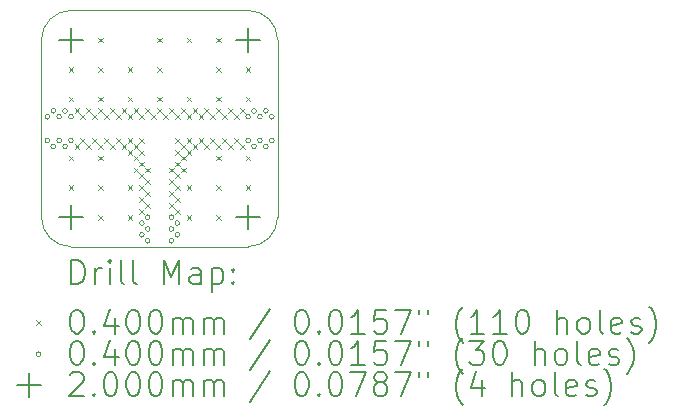
<source format=gbr>
%TF.GenerationSoftware,KiCad,Pcbnew,6.0.9+dfsg-1~bpo11+1*%
%TF.CreationDate,2022-11-11T16:08:24+01:00*%
%TF.ProjectId,015-3-port-resistive-splitter,3031352d-332d-4706-9f72-742d72657369,1*%
%TF.SameCoordinates,Original*%
%TF.FileFunction,Drillmap*%
%TF.FilePolarity,Positive*%
%FSLAX45Y45*%
G04 Gerber Fmt 4.5, Leading zero omitted, Abs format (unit mm)*
G04 Created by KiCad (PCBNEW 6.0.9+dfsg-1~bpo11+1) date 2022-11-11 16:08:24*
%MOMM*%
%LPD*%
G01*
G04 APERTURE LIST*
%ADD10C,0.100000*%
%ADD11C,0.200000*%
%ADD12C,0.040000*%
G04 APERTURE END LIST*
D10*
X13750000Y-8500000D02*
G75*
G03*
X14000000Y-8750000I250000J0D01*
G01*
X15500000Y-8750000D02*
X14000000Y-8750000D01*
X14000000Y-6750000D02*
X15500000Y-6750000D01*
X15750000Y-7000000D02*
X15750000Y-8500000D01*
X13750000Y-8500000D02*
X13750000Y-7000000D01*
X15500000Y-8750000D02*
G75*
G03*
X15750000Y-8500000I0J250000D01*
G01*
X15750000Y-7000000D02*
G75*
G03*
X15500000Y-6750000I-250000J0D01*
G01*
X14000000Y-6750000D02*
G75*
G03*
X13750000Y-7000000I0J-250000D01*
G01*
D11*
D12*
X13980000Y-7230000D02*
X14020000Y-7270000D01*
X14020000Y-7230000D02*
X13980000Y-7270000D01*
X13980000Y-7480000D02*
X14020000Y-7520000D01*
X14020000Y-7480000D02*
X13980000Y-7520000D01*
X13980000Y-7980000D02*
X14020000Y-8020000D01*
X14020000Y-7980000D02*
X13980000Y-8020000D01*
X13980000Y-8230000D02*
X14020000Y-8270000D01*
X14020000Y-8230000D02*
X13980000Y-8270000D01*
X14030000Y-7580000D02*
X14070000Y-7620000D01*
X14070000Y-7580000D02*
X14030000Y-7620000D01*
X14030000Y-7880000D02*
X14070000Y-7920000D01*
X14070000Y-7880000D02*
X14030000Y-7920000D01*
X14080000Y-7630000D02*
X14120000Y-7670000D01*
X14120000Y-7630000D02*
X14080000Y-7670000D01*
X14080000Y-7830000D02*
X14120000Y-7870000D01*
X14120000Y-7830000D02*
X14080000Y-7870000D01*
X14130000Y-7580000D02*
X14170000Y-7620000D01*
X14170000Y-7580000D02*
X14130000Y-7620000D01*
X14130000Y-7880000D02*
X14170000Y-7920000D01*
X14170000Y-7880000D02*
X14130000Y-7920000D01*
X14180000Y-7630000D02*
X14220000Y-7670000D01*
X14220000Y-7630000D02*
X14180000Y-7670000D01*
X14180000Y-7830000D02*
X14220000Y-7870000D01*
X14220000Y-7830000D02*
X14180000Y-7870000D01*
X14230000Y-6980000D02*
X14270000Y-7020000D01*
X14270000Y-6980000D02*
X14230000Y-7020000D01*
X14230000Y-7230000D02*
X14270000Y-7270000D01*
X14270000Y-7230000D02*
X14230000Y-7270000D01*
X14230000Y-7480000D02*
X14270000Y-7520000D01*
X14270000Y-7480000D02*
X14230000Y-7520000D01*
X14230000Y-7580000D02*
X14270000Y-7620000D01*
X14270000Y-7580000D02*
X14230000Y-7620000D01*
X14230000Y-7880000D02*
X14270000Y-7920000D01*
X14270000Y-7880000D02*
X14230000Y-7920000D01*
X14230000Y-7980000D02*
X14270000Y-8020000D01*
X14270000Y-7980000D02*
X14230000Y-8020000D01*
X14230000Y-8230000D02*
X14270000Y-8270000D01*
X14270000Y-8230000D02*
X14230000Y-8270000D01*
X14230000Y-8480000D02*
X14270000Y-8520000D01*
X14270000Y-8480000D02*
X14230000Y-8520000D01*
X14280000Y-7630000D02*
X14320000Y-7670000D01*
X14320000Y-7630000D02*
X14280000Y-7670000D01*
X14280000Y-7830000D02*
X14320000Y-7870000D01*
X14320000Y-7830000D02*
X14280000Y-7870000D01*
X14330000Y-7580000D02*
X14370000Y-7620000D01*
X14370000Y-7580000D02*
X14330000Y-7620000D01*
X14330000Y-7880000D02*
X14370000Y-7920000D01*
X14370000Y-7880000D02*
X14330000Y-7920000D01*
X14380000Y-7630000D02*
X14420000Y-7670000D01*
X14420000Y-7630000D02*
X14380000Y-7670000D01*
X14380000Y-7830000D02*
X14420000Y-7870000D01*
X14420000Y-7830000D02*
X14380000Y-7870000D01*
X14430000Y-7580000D02*
X14470000Y-7620000D01*
X14470000Y-7580000D02*
X14430000Y-7620000D01*
X14430000Y-7880000D02*
X14470000Y-7920000D01*
X14470000Y-7880000D02*
X14430000Y-7920000D01*
X14480000Y-7230000D02*
X14520000Y-7270000D01*
X14520000Y-7230000D02*
X14480000Y-7270000D01*
X14480000Y-7480000D02*
X14520000Y-7520000D01*
X14520000Y-7480000D02*
X14480000Y-7520000D01*
X14480000Y-7630000D02*
X14520000Y-7670000D01*
X14520000Y-7630000D02*
X14480000Y-7670000D01*
X14480000Y-7830000D02*
X14520000Y-7870000D01*
X14520000Y-7830000D02*
X14480000Y-7870000D01*
X14480000Y-7930000D02*
X14520000Y-7970000D01*
X14520000Y-7930000D02*
X14480000Y-7970000D01*
X14480000Y-8230000D02*
X14520000Y-8270000D01*
X14520000Y-8230000D02*
X14480000Y-8270000D01*
X14480000Y-8480000D02*
X14520000Y-8520000D01*
X14520000Y-8480000D02*
X14480000Y-8520000D01*
X14530000Y-7580000D02*
X14570000Y-7620000D01*
X14570000Y-7580000D02*
X14530000Y-7620000D01*
X14530000Y-7880000D02*
X14570000Y-7920000D01*
X14570000Y-7880000D02*
X14530000Y-7920000D01*
X14530000Y-7980000D02*
X14570000Y-8020000D01*
X14570000Y-7980000D02*
X14530000Y-8020000D01*
X14530000Y-8080000D02*
X14570000Y-8120000D01*
X14570000Y-8080000D02*
X14530000Y-8120000D01*
X14580000Y-7630000D02*
X14620000Y-7670000D01*
X14620000Y-7630000D02*
X14580000Y-7670000D01*
X14580000Y-7830000D02*
X14620000Y-7870000D01*
X14620000Y-7830000D02*
X14580000Y-7870000D01*
X14580000Y-7930000D02*
X14620000Y-7970000D01*
X14620000Y-7930000D02*
X14580000Y-7970000D01*
X14580000Y-8030000D02*
X14620000Y-8070000D01*
X14620000Y-8030000D02*
X14580000Y-8070000D01*
X14580000Y-8130000D02*
X14620000Y-8170000D01*
X14620000Y-8130000D02*
X14580000Y-8170000D01*
X14580000Y-8230000D02*
X14620000Y-8270000D01*
X14620000Y-8230000D02*
X14580000Y-8270000D01*
X14580000Y-8330000D02*
X14620000Y-8370000D01*
X14620000Y-8330000D02*
X14580000Y-8370000D01*
X14580000Y-8430000D02*
X14620000Y-8470000D01*
X14620000Y-8430000D02*
X14580000Y-8470000D01*
X14630000Y-7580000D02*
X14670000Y-7620000D01*
X14670000Y-7580000D02*
X14630000Y-7620000D01*
X14630000Y-8080000D02*
X14670000Y-8120000D01*
X14670000Y-8080000D02*
X14630000Y-8120000D01*
X14630000Y-8180000D02*
X14670000Y-8220000D01*
X14670000Y-8180000D02*
X14630000Y-8220000D01*
X14630000Y-8280000D02*
X14670000Y-8320000D01*
X14670000Y-8280000D02*
X14630000Y-8320000D01*
X14630000Y-8380000D02*
X14670000Y-8420000D01*
X14670000Y-8380000D02*
X14630000Y-8420000D01*
X14680000Y-7630000D02*
X14720000Y-7670000D01*
X14720000Y-7630000D02*
X14680000Y-7670000D01*
X14730000Y-6980000D02*
X14770000Y-7020000D01*
X14770000Y-6980000D02*
X14730000Y-7020000D01*
X14730000Y-7230000D02*
X14770000Y-7270000D01*
X14770000Y-7230000D02*
X14730000Y-7270000D01*
X14730000Y-7480000D02*
X14770000Y-7520000D01*
X14770000Y-7480000D02*
X14730000Y-7520000D01*
X14730000Y-7580000D02*
X14770000Y-7620000D01*
X14770000Y-7580000D02*
X14730000Y-7620000D01*
X14780000Y-7630000D02*
X14820000Y-7670000D01*
X14820000Y-7630000D02*
X14780000Y-7670000D01*
X14830000Y-7580000D02*
X14870000Y-7620000D01*
X14870000Y-7580000D02*
X14830000Y-7620000D01*
X14830000Y-8080000D02*
X14870000Y-8120000D01*
X14870000Y-8080000D02*
X14830000Y-8120000D01*
X14830000Y-8180000D02*
X14870000Y-8220000D01*
X14870000Y-8180000D02*
X14830000Y-8220000D01*
X14830000Y-8280000D02*
X14870000Y-8320000D01*
X14870000Y-8280000D02*
X14830000Y-8320000D01*
X14830000Y-8380000D02*
X14870000Y-8420000D01*
X14870000Y-8380000D02*
X14830000Y-8420000D01*
X14880000Y-7630000D02*
X14920000Y-7670000D01*
X14920000Y-7630000D02*
X14880000Y-7670000D01*
X14880000Y-7830000D02*
X14920000Y-7870000D01*
X14920000Y-7830000D02*
X14880000Y-7870000D01*
X14880000Y-7930000D02*
X14920000Y-7970000D01*
X14920000Y-7930000D02*
X14880000Y-7970000D01*
X14880000Y-8030000D02*
X14920000Y-8070000D01*
X14920000Y-8030000D02*
X14880000Y-8070000D01*
X14880000Y-8130000D02*
X14920000Y-8170000D01*
X14920000Y-8130000D02*
X14880000Y-8170000D01*
X14880000Y-8230000D02*
X14920000Y-8270000D01*
X14920000Y-8230000D02*
X14880000Y-8270000D01*
X14880000Y-8330000D02*
X14920000Y-8370000D01*
X14920000Y-8330000D02*
X14880000Y-8370000D01*
X14880000Y-8430000D02*
X14920000Y-8470000D01*
X14920000Y-8430000D02*
X14880000Y-8470000D01*
X14930000Y-7580000D02*
X14970000Y-7620000D01*
X14970000Y-7580000D02*
X14930000Y-7620000D01*
X14930000Y-7880000D02*
X14970000Y-7920000D01*
X14970000Y-7880000D02*
X14930000Y-7920000D01*
X14930000Y-7980000D02*
X14970000Y-8020000D01*
X14970000Y-7980000D02*
X14930000Y-8020000D01*
X14930000Y-8080000D02*
X14970000Y-8120000D01*
X14970000Y-8080000D02*
X14930000Y-8120000D01*
X14980000Y-6980000D02*
X15020000Y-7020000D01*
X15020000Y-6980000D02*
X14980000Y-7020000D01*
X14980000Y-7480000D02*
X15020000Y-7520000D01*
X15020000Y-7480000D02*
X14980000Y-7520000D01*
X14980000Y-7630000D02*
X15020000Y-7670000D01*
X15020000Y-7630000D02*
X14980000Y-7670000D01*
X14980000Y-7830000D02*
X15020000Y-7870000D01*
X15020000Y-7830000D02*
X14980000Y-7870000D01*
X14980000Y-7930000D02*
X15020000Y-7970000D01*
X15020000Y-7930000D02*
X14980000Y-7970000D01*
X14980000Y-8230000D02*
X15020000Y-8270000D01*
X15020000Y-8230000D02*
X14980000Y-8270000D01*
X14980000Y-8480000D02*
X15020000Y-8520000D01*
X15020000Y-8480000D02*
X14980000Y-8520000D01*
X15030000Y-7580000D02*
X15070000Y-7620000D01*
X15070000Y-7580000D02*
X15030000Y-7620000D01*
X15030000Y-7880000D02*
X15070000Y-7920000D01*
X15070000Y-7880000D02*
X15030000Y-7920000D01*
X15080000Y-7630000D02*
X15120000Y-7670000D01*
X15120000Y-7630000D02*
X15080000Y-7670000D01*
X15080000Y-7830000D02*
X15120000Y-7870000D01*
X15120000Y-7830000D02*
X15080000Y-7870000D01*
X15130000Y-7580000D02*
X15170000Y-7620000D01*
X15170000Y-7580000D02*
X15130000Y-7620000D01*
X15130000Y-7880000D02*
X15170000Y-7920000D01*
X15170000Y-7880000D02*
X15130000Y-7920000D01*
X15180000Y-7630000D02*
X15220000Y-7670000D01*
X15220000Y-7630000D02*
X15180000Y-7670000D01*
X15180000Y-7830000D02*
X15220000Y-7870000D01*
X15220000Y-7830000D02*
X15180000Y-7870000D01*
X15230000Y-6980000D02*
X15270000Y-7020000D01*
X15270000Y-6980000D02*
X15230000Y-7020000D01*
X15230000Y-7230000D02*
X15270000Y-7270000D01*
X15270000Y-7230000D02*
X15230000Y-7270000D01*
X15230000Y-7480000D02*
X15270000Y-7520000D01*
X15270000Y-7480000D02*
X15230000Y-7520000D01*
X15230000Y-7580000D02*
X15270000Y-7620000D01*
X15270000Y-7580000D02*
X15230000Y-7620000D01*
X15230000Y-7880000D02*
X15270000Y-7920000D01*
X15270000Y-7880000D02*
X15230000Y-7920000D01*
X15230000Y-7980000D02*
X15270000Y-8020000D01*
X15270000Y-7980000D02*
X15230000Y-8020000D01*
X15230000Y-8230000D02*
X15270000Y-8270000D01*
X15270000Y-8230000D02*
X15230000Y-8270000D01*
X15230000Y-8480000D02*
X15270000Y-8520000D01*
X15270000Y-8480000D02*
X15230000Y-8520000D01*
X15280000Y-7630000D02*
X15320000Y-7670000D01*
X15320000Y-7630000D02*
X15280000Y-7670000D01*
X15280000Y-7830000D02*
X15320000Y-7870000D01*
X15320000Y-7830000D02*
X15280000Y-7870000D01*
X15330000Y-7580000D02*
X15370000Y-7620000D01*
X15370000Y-7580000D02*
X15330000Y-7620000D01*
X15330000Y-7880000D02*
X15370000Y-7920000D01*
X15370000Y-7880000D02*
X15330000Y-7920000D01*
X15380000Y-7630000D02*
X15420000Y-7670000D01*
X15420000Y-7630000D02*
X15380000Y-7670000D01*
X15380000Y-7830000D02*
X15420000Y-7870000D01*
X15420000Y-7830000D02*
X15380000Y-7870000D01*
X15430000Y-7580000D02*
X15470000Y-7620000D01*
X15470000Y-7580000D02*
X15430000Y-7620000D01*
X15430000Y-7880000D02*
X15470000Y-7920000D01*
X15470000Y-7880000D02*
X15430000Y-7920000D01*
X15480000Y-7230000D02*
X15520000Y-7270000D01*
X15520000Y-7230000D02*
X15480000Y-7270000D01*
X15480000Y-7480000D02*
X15520000Y-7520000D01*
X15520000Y-7480000D02*
X15480000Y-7520000D01*
X15480000Y-7980000D02*
X15520000Y-8020000D01*
X15520000Y-7980000D02*
X15480000Y-8020000D01*
X15480000Y-8230000D02*
X15520000Y-8270000D01*
X15520000Y-8230000D02*
X15480000Y-8270000D01*
X13820000Y-7650000D02*
G75*
G03*
X13820000Y-7650000I-20000J0D01*
G01*
X13820000Y-7850000D02*
G75*
G03*
X13820000Y-7850000I-20000J0D01*
G01*
X13870000Y-7600000D02*
G75*
G03*
X13870000Y-7600000I-20000J0D01*
G01*
X13870000Y-7900000D02*
G75*
G03*
X13870000Y-7900000I-20000J0D01*
G01*
X13920000Y-7650000D02*
G75*
G03*
X13920000Y-7650000I-20000J0D01*
G01*
X13920000Y-7850000D02*
G75*
G03*
X13920000Y-7850000I-20000J0D01*
G01*
X13970000Y-7600000D02*
G75*
G03*
X13970000Y-7600000I-20000J0D01*
G01*
X13970000Y-7900000D02*
G75*
G03*
X13970000Y-7900000I-20000J0D01*
G01*
X14020000Y-7650000D02*
G75*
G03*
X14020000Y-7650000I-20000J0D01*
G01*
X14020000Y-7850000D02*
G75*
G03*
X14020000Y-7850000I-20000J0D01*
G01*
X14620000Y-8550000D02*
G75*
G03*
X14620000Y-8550000I-20000J0D01*
G01*
X14620000Y-8650000D02*
G75*
G03*
X14620000Y-8650000I-20000J0D01*
G01*
X14670000Y-8500000D02*
G75*
G03*
X14670000Y-8500000I-20000J0D01*
G01*
X14670000Y-8600000D02*
G75*
G03*
X14670000Y-8600000I-20000J0D01*
G01*
X14670000Y-8700000D02*
G75*
G03*
X14670000Y-8700000I-20000J0D01*
G01*
X14870000Y-8500000D02*
G75*
G03*
X14870000Y-8500000I-20000J0D01*
G01*
X14870000Y-8600000D02*
G75*
G03*
X14870000Y-8600000I-20000J0D01*
G01*
X14870000Y-8700000D02*
G75*
G03*
X14870000Y-8700000I-20000J0D01*
G01*
X14920000Y-8550000D02*
G75*
G03*
X14920000Y-8550000I-20000J0D01*
G01*
X14920000Y-8650000D02*
G75*
G03*
X14920000Y-8650000I-20000J0D01*
G01*
X15520000Y-7650000D02*
G75*
G03*
X15520000Y-7650000I-20000J0D01*
G01*
X15520000Y-7850000D02*
G75*
G03*
X15520000Y-7850000I-20000J0D01*
G01*
X15570000Y-7600000D02*
G75*
G03*
X15570000Y-7600000I-20000J0D01*
G01*
X15570000Y-7900000D02*
G75*
G03*
X15570000Y-7900000I-20000J0D01*
G01*
X15620000Y-7650000D02*
G75*
G03*
X15620000Y-7650000I-20000J0D01*
G01*
X15620000Y-7850000D02*
G75*
G03*
X15620000Y-7850000I-20000J0D01*
G01*
X15670000Y-7600000D02*
G75*
G03*
X15670000Y-7600000I-20000J0D01*
G01*
X15670000Y-7900000D02*
G75*
G03*
X15670000Y-7900000I-20000J0D01*
G01*
X15720000Y-7650000D02*
G75*
G03*
X15720000Y-7650000I-20000J0D01*
G01*
X15720000Y-7850000D02*
G75*
G03*
X15720000Y-7850000I-20000J0D01*
G01*
D11*
X14000000Y-6900000D02*
X14000000Y-7100000D01*
X13900000Y-7000000D02*
X14100000Y-7000000D01*
X14000000Y-8400000D02*
X14000000Y-8600000D01*
X13900000Y-8500000D02*
X14100000Y-8500000D01*
X15500000Y-6900000D02*
X15500000Y-7100000D01*
X15400000Y-7000000D02*
X15600000Y-7000000D01*
X15500000Y-8400000D02*
X15500000Y-8600000D01*
X15400000Y-8500000D02*
X15600000Y-8500000D01*
X14002619Y-9065476D02*
X14002619Y-8865476D01*
X14050238Y-8865476D01*
X14078809Y-8875000D01*
X14097857Y-8894048D01*
X14107381Y-8913095D01*
X14116905Y-8951190D01*
X14116905Y-8979762D01*
X14107381Y-9017857D01*
X14097857Y-9036905D01*
X14078809Y-9055952D01*
X14050238Y-9065476D01*
X14002619Y-9065476D01*
X14202619Y-9065476D02*
X14202619Y-8932143D01*
X14202619Y-8970238D02*
X14212143Y-8951190D01*
X14221667Y-8941667D01*
X14240714Y-8932143D01*
X14259762Y-8932143D01*
X14326428Y-9065476D02*
X14326428Y-8932143D01*
X14326428Y-8865476D02*
X14316905Y-8875000D01*
X14326428Y-8884524D01*
X14335952Y-8875000D01*
X14326428Y-8865476D01*
X14326428Y-8884524D01*
X14450238Y-9065476D02*
X14431190Y-9055952D01*
X14421667Y-9036905D01*
X14421667Y-8865476D01*
X14555000Y-9065476D02*
X14535952Y-9055952D01*
X14526428Y-9036905D01*
X14526428Y-8865476D01*
X14783571Y-9065476D02*
X14783571Y-8865476D01*
X14850238Y-9008333D01*
X14916905Y-8865476D01*
X14916905Y-9065476D01*
X15097857Y-9065476D02*
X15097857Y-8960714D01*
X15088333Y-8941667D01*
X15069286Y-8932143D01*
X15031190Y-8932143D01*
X15012143Y-8941667D01*
X15097857Y-9055952D02*
X15078809Y-9065476D01*
X15031190Y-9065476D01*
X15012143Y-9055952D01*
X15002619Y-9036905D01*
X15002619Y-9017857D01*
X15012143Y-8998810D01*
X15031190Y-8989286D01*
X15078809Y-8989286D01*
X15097857Y-8979762D01*
X15193095Y-8932143D02*
X15193095Y-9132143D01*
X15193095Y-8941667D02*
X15212143Y-8932143D01*
X15250238Y-8932143D01*
X15269286Y-8941667D01*
X15278809Y-8951190D01*
X15288333Y-8970238D01*
X15288333Y-9027381D01*
X15278809Y-9046429D01*
X15269286Y-9055952D01*
X15250238Y-9065476D01*
X15212143Y-9065476D01*
X15193095Y-9055952D01*
X15374048Y-9046429D02*
X15383571Y-9055952D01*
X15374048Y-9065476D01*
X15364524Y-9055952D01*
X15374048Y-9046429D01*
X15374048Y-9065476D01*
X15374048Y-8941667D02*
X15383571Y-8951190D01*
X15374048Y-8960714D01*
X15364524Y-8951190D01*
X15374048Y-8941667D01*
X15374048Y-8960714D01*
D12*
X13705000Y-9375000D02*
X13745000Y-9415000D01*
X13745000Y-9375000D02*
X13705000Y-9415000D01*
D11*
X14040714Y-9285476D02*
X14059762Y-9285476D01*
X14078809Y-9295000D01*
X14088333Y-9304524D01*
X14097857Y-9323571D01*
X14107381Y-9361667D01*
X14107381Y-9409286D01*
X14097857Y-9447381D01*
X14088333Y-9466429D01*
X14078809Y-9475952D01*
X14059762Y-9485476D01*
X14040714Y-9485476D01*
X14021667Y-9475952D01*
X14012143Y-9466429D01*
X14002619Y-9447381D01*
X13993095Y-9409286D01*
X13993095Y-9361667D01*
X14002619Y-9323571D01*
X14012143Y-9304524D01*
X14021667Y-9295000D01*
X14040714Y-9285476D01*
X14193095Y-9466429D02*
X14202619Y-9475952D01*
X14193095Y-9485476D01*
X14183571Y-9475952D01*
X14193095Y-9466429D01*
X14193095Y-9485476D01*
X14374048Y-9352143D02*
X14374048Y-9485476D01*
X14326428Y-9275952D02*
X14278809Y-9418810D01*
X14402619Y-9418810D01*
X14516905Y-9285476D02*
X14535952Y-9285476D01*
X14555000Y-9295000D01*
X14564524Y-9304524D01*
X14574048Y-9323571D01*
X14583571Y-9361667D01*
X14583571Y-9409286D01*
X14574048Y-9447381D01*
X14564524Y-9466429D01*
X14555000Y-9475952D01*
X14535952Y-9485476D01*
X14516905Y-9485476D01*
X14497857Y-9475952D01*
X14488333Y-9466429D01*
X14478809Y-9447381D01*
X14469286Y-9409286D01*
X14469286Y-9361667D01*
X14478809Y-9323571D01*
X14488333Y-9304524D01*
X14497857Y-9295000D01*
X14516905Y-9285476D01*
X14707381Y-9285476D02*
X14726428Y-9285476D01*
X14745476Y-9295000D01*
X14755000Y-9304524D01*
X14764524Y-9323571D01*
X14774048Y-9361667D01*
X14774048Y-9409286D01*
X14764524Y-9447381D01*
X14755000Y-9466429D01*
X14745476Y-9475952D01*
X14726428Y-9485476D01*
X14707381Y-9485476D01*
X14688333Y-9475952D01*
X14678809Y-9466429D01*
X14669286Y-9447381D01*
X14659762Y-9409286D01*
X14659762Y-9361667D01*
X14669286Y-9323571D01*
X14678809Y-9304524D01*
X14688333Y-9295000D01*
X14707381Y-9285476D01*
X14859762Y-9485476D02*
X14859762Y-9352143D01*
X14859762Y-9371190D02*
X14869286Y-9361667D01*
X14888333Y-9352143D01*
X14916905Y-9352143D01*
X14935952Y-9361667D01*
X14945476Y-9380714D01*
X14945476Y-9485476D01*
X14945476Y-9380714D02*
X14955000Y-9361667D01*
X14974048Y-9352143D01*
X15002619Y-9352143D01*
X15021667Y-9361667D01*
X15031190Y-9380714D01*
X15031190Y-9485476D01*
X15126428Y-9485476D02*
X15126428Y-9352143D01*
X15126428Y-9371190D02*
X15135952Y-9361667D01*
X15155000Y-9352143D01*
X15183571Y-9352143D01*
X15202619Y-9361667D01*
X15212143Y-9380714D01*
X15212143Y-9485476D01*
X15212143Y-9380714D02*
X15221667Y-9361667D01*
X15240714Y-9352143D01*
X15269286Y-9352143D01*
X15288333Y-9361667D01*
X15297857Y-9380714D01*
X15297857Y-9485476D01*
X15688333Y-9275952D02*
X15516905Y-9533095D01*
X15945476Y-9285476D02*
X15964524Y-9285476D01*
X15983571Y-9295000D01*
X15993095Y-9304524D01*
X16002619Y-9323571D01*
X16012143Y-9361667D01*
X16012143Y-9409286D01*
X16002619Y-9447381D01*
X15993095Y-9466429D01*
X15983571Y-9475952D01*
X15964524Y-9485476D01*
X15945476Y-9485476D01*
X15926428Y-9475952D01*
X15916905Y-9466429D01*
X15907381Y-9447381D01*
X15897857Y-9409286D01*
X15897857Y-9361667D01*
X15907381Y-9323571D01*
X15916905Y-9304524D01*
X15926428Y-9295000D01*
X15945476Y-9285476D01*
X16097857Y-9466429D02*
X16107381Y-9475952D01*
X16097857Y-9485476D01*
X16088333Y-9475952D01*
X16097857Y-9466429D01*
X16097857Y-9485476D01*
X16231190Y-9285476D02*
X16250238Y-9285476D01*
X16269286Y-9295000D01*
X16278809Y-9304524D01*
X16288333Y-9323571D01*
X16297857Y-9361667D01*
X16297857Y-9409286D01*
X16288333Y-9447381D01*
X16278809Y-9466429D01*
X16269286Y-9475952D01*
X16250238Y-9485476D01*
X16231190Y-9485476D01*
X16212143Y-9475952D01*
X16202619Y-9466429D01*
X16193095Y-9447381D01*
X16183571Y-9409286D01*
X16183571Y-9361667D01*
X16193095Y-9323571D01*
X16202619Y-9304524D01*
X16212143Y-9295000D01*
X16231190Y-9285476D01*
X16488333Y-9485476D02*
X16374048Y-9485476D01*
X16431190Y-9485476D02*
X16431190Y-9285476D01*
X16412143Y-9314048D01*
X16393095Y-9333095D01*
X16374048Y-9342619D01*
X16669286Y-9285476D02*
X16574048Y-9285476D01*
X16564524Y-9380714D01*
X16574048Y-9371190D01*
X16593095Y-9361667D01*
X16640714Y-9361667D01*
X16659762Y-9371190D01*
X16669286Y-9380714D01*
X16678809Y-9399762D01*
X16678809Y-9447381D01*
X16669286Y-9466429D01*
X16659762Y-9475952D01*
X16640714Y-9485476D01*
X16593095Y-9485476D01*
X16574048Y-9475952D01*
X16564524Y-9466429D01*
X16745476Y-9285476D02*
X16878810Y-9285476D01*
X16793095Y-9485476D01*
X16945476Y-9285476D02*
X16945476Y-9323571D01*
X17021667Y-9285476D02*
X17021667Y-9323571D01*
X17316905Y-9561667D02*
X17307381Y-9552143D01*
X17288333Y-9523571D01*
X17278810Y-9504524D01*
X17269286Y-9475952D01*
X17259762Y-9428333D01*
X17259762Y-9390238D01*
X17269286Y-9342619D01*
X17278810Y-9314048D01*
X17288333Y-9295000D01*
X17307381Y-9266429D01*
X17316905Y-9256905D01*
X17497857Y-9485476D02*
X17383571Y-9485476D01*
X17440714Y-9485476D02*
X17440714Y-9285476D01*
X17421667Y-9314048D01*
X17402619Y-9333095D01*
X17383571Y-9342619D01*
X17688333Y-9485476D02*
X17574048Y-9485476D01*
X17631190Y-9485476D02*
X17631190Y-9285476D01*
X17612143Y-9314048D01*
X17593095Y-9333095D01*
X17574048Y-9342619D01*
X17812143Y-9285476D02*
X17831190Y-9285476D01*
X17850238Y-9295000D01*
X17859762Y-9304524D01*
X17869286Y-9323571D01*
X17878810Y-9361667D01*
X17878810Y-9409286D01*
X17869286Y-9447381D01*
X17859762Y-9466429D01*
X17850238Y-9475952D01*
X17831190Y-9485476D01*
X17812143Y-9485476D01*
X17793095Y-9475952D01*
X17783571Y-9466429D01*
X17774048Y-9447381D01*
X17764524Y-9409286D01*
X17764524Y-9361667D01*
X17774048Y-9323571D01*
X17783571Y-9304524D01*
X17793095Y-9295000D01*
X17812143Y-9285476D01*
X18116905Y-9485476D02*
X18116905Y-9285476D01*
X18202619Y-9485476D02*
X18202619Y-9380714D01*
X18193095Y-9361667D01*
X18174048Y-9352143D01*
X18145476Y-9352143D01*
X18126429Y-9361667D01*
X18116905Y-9371190D01*
X18326429Y-9485476D02*
X18307381Y-9475952D01*
X18297857Y-9466429D01*
X18288333Y-9447381D01*
X18288333Y-9390238D01*
X18297857Y-9371190D01*
X18307381Y-9361667D01*
X18326429Y-9352143D01*
X18355000Y-9352143D01*
X18374048Y-9361667D01*
X18383571Y-9371190D01*
X18393095Y-9390238D01*
X18393095Y-9447381D01*
X18383571Y-9466429D01*
X18374048Y-9475952D01*
X18355000Y-9485476D01*
X18326429Y-9485476D01*
X18507381Y-9485476D02*
X18488333Y-9475952D01*
X18478810Y-9456905D01*
X18478810Y-9285476D01*
X18659762Y-9475952D02*
X18640714Y-9485476D01*
X18602619Y-9485476D01*
X18583571Y-9475952D01*
X18574048Y-9456905D01*
X18574048Y-9380714D01*
X18583571Y-9361667D01*
X18602619Y-9352143D01*
X18640714Y-9352143D01*
X18659762Y-9361667D01*
X18669286Y-9380714D01*
X18669286Y-9399762D01*
X18574048Y-9418810D01*
X18745476Y-9475952D02*
X18764524Y-9485476D01*
X18802619Y-9485476D01*
X18821667Y-9475952D01*
X18831190Y-9456905D01*
X18831190Y-9447381D01*
X18821667Y-9428333D01*
X18802619Y-9418810D01*
X18774048Y-9418810D01*
X18755000Y-9409286D01*
X18745476Y-9390238D01*
X18745476Y-9380714D01*
X18755000Y-9361667D01*
X18774048Y-9352143D01*
X18802619Y-9352143D01*
X18821667Y-9361667D01*
X18897857Y-9561667D02*
X18907381Y-9552143D01*
X18926429Y-9523571D01*
X18935952Y-9504524D01*
X18945476Y-9475952D01*
X18955000Y-9428333D01*
X18955000Y-9390238D01*
X18945476Y-9342619D01*
X18935952Y-9314048D01*
X18926429Y-9295000D01*
X18907381Y-9266429D01*
X18897857Y-9256905D01*
D12*
X13745000Y-9659000D02*
G75*
G03*
X13745000Y-9659000I-20000J0D01*
G01*
D11*
X14040714Y-9549476D02*
X14059762Y-9549476D01*
X14078809Y-9559000D01*
X14088333Y-9568524D01*
X14097857Y-9587571D01*
X14107381Y-9625667D01*
X14107381Y-9673286D01*
X14097857Y-9711381D01*
X14088333Y-9730429D01*
X14078809Y-9739952D01*
X14059762Y-9749476D01*
X14040714Y-9749476D01*
X14021667Y-9739952D01*
X14012143Y-9730429D01*
X14002619Y-9711381D01*
X13993095Y-9673286D01*
X13993095Y-9625667D01*
X14002619Y-9587571D01*
X14012143Y-9568524D01*
X14021667Y-9559000D01*
X14040714Y-9549476D01*
X14193095Y-9730429D02*
X14202619Y-9739952D01*
X14193095Y-9749476D01*
X14183571Y-9739952D01*
X14193095Y-9730429D01*
X14193095Y-9749476D01*
X14374048Y-9616143D02*
X14374048Y-9749476D01*
X14326428Y-9539952D02*
X14278809Y-9682810D01*
X14402619Y-9682810D01*
X14516905Y-9549476D02*
X14535952Y-9549476D01*
X14555000Y-9559000D01*
X14564524Y-9568524D01*
X14574048Y-9587571D01*
X14583571Y-9625667D01*
X14583571Y-9673286D01*
X14574048Y-9711381D01*
X14564524Y-9730429D01*
X14555000Y-9739952D01*
X14535952Y-9749476D01*
X14516905Y-9749476D01*
X14497857Y-9739952D01*
X14488333Y-9730429D01*
X14478809Y-9711381D01*
X14469286Y-9673286D01*
X14469286Y-9625667D01*
X14478809Y-9587571D01*
X14488333Y-9568524D01*
X14497857Y-9559000D01*
X14516905Y-9549476D01*
X14707381Y-9549476D02*
X14726428Y-9549476D01*
X14745476Y-9559000D01*
X14755000Y-9568524D01*
X14764524Y-9587571D01*
X14774048Y-9625667D01*
X14774048Y-9673286D01*
X14764524Y-9711381D01*
X14755000Y-9730429D01*
X14745476Y-9739952D01*
X14726428Y-9749476D01*
X14707381Y-9749476D01*
X14688333Y-9739952D01*
X14678809Y-9730429D01*
X14669286Y-9711381D01*
X14659762Y-9673286D01*
X14659762Y-9625667D01*
X14669286Y-9587571D01*
X14678809Y-9568524D01*
X14688333Y-9559000D01*
X14707381Y-9549476D01*
X14859762Y-9749476D02*
X14859762Y-9616143D01*
X14859762Y-9635190D02*
X14869286Y-9625667D01*
X14888333Y-9616143D01*
X14916905Y-9616143D01*
X14935952Y-9625667D01*
X14945476Y-9644714D01*
X14945476Y-9749476D01*
X14945476Y-9644714D02*
X14955000Y-9625667D01*
X14974048Y-9616143D01*
X15002619Y-9616143D01*
X15021667Y-9625667D01*
X15031190Y-9644714D01*
X15031190Y-9749476D01*
X15126428Y-9749476D02*
X15126428Y-9616143D01*
X15126428Y-9635190D02*
X15135952Y-9625667D01*
X15155000Y-9616143D01*
X15183571Y-9616143D01*
X15202619Y-9625667D01*
X15212143Y-9644714D01*
X15212143Y-9749476D01*
X15212143Y-9644714D02*
X15221667Y-9625667D01*
X15240714Y-9616143D01*
X15269286Y-9616143D01*
X15288333Y-9625667D01*
X15297857Y-9644714D01*
X15297857Y-9749476D01*
X15688333Y-9539952D02*
X15516905Y-9797095D01*
X15945476Y-9549476D02*
X15964524Y-9549476D01*
X15983571Y-9559000D01*
X15993095Y-9568524D01*
X16002619Y-9587571D01*
X16012143Y-9625667D01*
X16012143Y-9673286D01*
X16002619Y-9711381D01*
X15993095Y-9730429D01*
X15983571Y-9739952D01*
X15964524Y-9749476D01*
X15945476Y-9749476D01*
X15926428Y-9739952D01*
X15916905Y-9730429D01*
X15907381Y-9711381D01*
X15897857Y-9673286D01*
X15897857Y-9625667D01*
X15907381Y-9587571D01*
X15916905Y-9568524D01*
X15926428Y-9559000D01*
X15945476Y-9549476D01*
X16097857Y-9730429D02*
X16107381Y-9739952D01*
X16097857Y-9749476D01*
X16088333Y-9739952D01*
X16097857Y-9730429D01*
X16097857Y-9749476D01*
X16231190Y-9549476D02*
X16250238Y-9549476D01*
X16269286Y-9559000D01*
X16278809Y-9568524D01*
X16288333Y-9587571D01*
X16297857Y-9625667D01*
X16297857Y-9673286D01*
X16288333Y-9711381D01*
X16278809Y-9730429D01*
X16269286Y-9739952D01*
X16250238Y-9749476D01*
X16231190Y-9749476D01*
X16212143Y-9739952D01*
X16202619Y-9730429D01*
X16193095Y-9711381D01*
X16183571Y-9673286D01*
X16183571Y-9625667D01*
X16193095Y-9587571D01*
X16202619Y-9568524D01*
X16212143Y-9559000D01*
X16231190Y-9549476D01*
X16488333Y-9749476D02*
X16374048Y-9749476D01*
X16431190Y-9749476D02*
X16431190Y-9549476D01*
X16412143Y-9578048D01*
X16393095Y-9597095D01*
X16374048Y-9606619D01*
X16669286Y-9549476D02*
X16574048Y-9549476D01*
X16564524Y-9644714D01*
X16574048Y-9635190D01*
X16593095Y-9625667D01*
X16640714Y-9625667D01*
X16659762Y-9635190D01*
X16669286Y-9644714D01*
X16678809Y-9663762D01*
X16678809Y-9711381D01*
X16669286Y-9730429D01*
X16659762Y-9739952D01*
X16640714Y-9749476D01*
X16593095Y-9749476D01*
X16574048Y-9739952D01*
X16564524Y-9730429D01*
X16745476Y-9549476D02*
X16878810Y-9549476D01*
X16793095Y-9749476D01*
X16945476Y-9549476D02*
X16945476Y-9587571D01*
X17021667Y-9549476D02*
X17021667Y-9587571D01*
X17316905Y-9825667D02*
X17307381Y-9816143D01*
X17288333Y-9787571D01*
X17278810Y-9768524D01*
X17269286Y-9739952D01*
X17259762Y-9692333D01*
X17259762Y-9654238D01*
X17269286Y-9606619D01*
X17278810Y-9578048D01*
X17288333Y-9559000D01*
X17307381Y-9530429D01*
X17316905Y-9520905D01*
X17374048Y-9549476D02*
X17497857Y-9549476D01*
X17431190Y-9625667D01*
X17459762Y-9625667D01*
X17478810Y-9635190D01*
X17488333Y-9644714D01*
X17497857Y-9663762D01*
X17497857Y-9711381D01*
X17488333Y-9730429D01*
X17478810Y-9739952D01*
X17459762Y-9749476D01*
X17402619Y-9749476D01*
X17383571Y-9739952D01*
X17374048Y-9730429D01*
X17621667Y-9549476D02*
X17640714Y-9549476D01*
X17659762Y-9559000D01*
X17669286Y-9568524D01*
X17678810Y-9587571D01*
X17688333Y-9625667D01*
X17688333Y-9673286D01*
X17678810Y-9711381D01*
X17669286Y-9730429D01*
X17659762Y-9739952D01*
X17640714Y-9749476D01*
X17621667Y-9749476D01*
X17602619Y-9739952D01*
X17593095Y-9730429D01*
X17583571Y-9711381D01*
X17574048Y-9673286D01*
X17574048Y-9625667D01*
X17583571Y-9587571D01*
X17593095Y-9568524D01*
X17602619Y-9559000D01*
X17621667Y-9549476D01*
X17926429Y-9749476D02*
X17926429Y-9549476D01*
X18012143Y-9749476D02*
X18012143Y-9644714D01*
X18002619Y-9625667D01*
X17983571Y-9616143D01*
X17955000Y-9616143D01*
X17935952Y-9625667D01*
X17926429Y-9635190D01*
X18135952Y-9749476D02*
X18116905Y-9739952D01*
X18107381Y-9730429D01*
X18097857Y-9711381D01*
X18097857Y-9654238D01*
X18107381Y-9635190D01*
X18116905Y-9625667D01*
X18135952Y-9616143D01*
X18164524Y-9616143D01*
X18183571Y-9625667D01*
X18193095Y-9635190D01*
X18202619Y-9654238D01*
X18202619Y-9711381D01*
X18193095Y-9730429D01*
X18183571Y-9739952D01*
X18164524Y-9749476D01*
X18135952Y-9749476D01*
X18316905Y-9749476D02*
X18297857Y-9739952D01*
X18288333Y-9720905D01*
X18288333Y-9549476D01*
X18469286Y-9739952D02*
X18450238Y-9749476D01*
X18412143Y-9749476D01*
X18393095Y-9739952D01*
X18383571Y-9720905D01*
X18383571Y-9644714D01*
X18393095Y-9625667D01*
X18412143Y-9616143D01*
X18450238Y-9616143D01*
X18469286Y-9625667D01*
X18478810Y-9644714D01*
X18478810Y-9663762D01*
X18383571Y-9682810D01*
X18555000Y-9739952D02*
X18574048Y-9749476D01*
X18612143Y-9749476D01*
X18631190Y-9739952D01*
X18640714Y-9720905D01*
X18640714Y-9711381D01*
X18631190Y-9692333D01*
X18612143Y-9682810D01*
X18583571Y-9682810D01*
X18564524Y-9673286D01*
X18555000Y-9654238D01*
X18555000Y-9644714D01*
X18564524Y-9625667D01*
X18583571Y-9616143D01*
X18612143Y-9616143D01*
X18631190Y-9625667D01*
X18707381Y-9825667D02*
X18716905Y-9816143D01*
X18735952Y-9787571D01*
X18745476Y-9768524D01*
X18755000Y-9739952D01*
X18764524Y-9692333D01*
X18764524Y-9654238D01*
X18755000Y-9606619D01*
X18745476Y-9578048D01*
X18735952Y-9559000D01*
X18716905Y-9530429D01*
X18707381Y-9520905D01*
X13645000Y-9823000D02*
X13645000Y-10023000D01*
X13545000Y-9923000D02*
X13745000Y-9923000D01*
X13993095Y-9832524D02*
X14002619Y-9823000D01*
X14021667Y-9813476D01*
X14069286Y-9813476D01*
X14088333Y-9823000D01*
X14097857Y-9832524D01*
X14107381Y-9851571D01*
X14107381Y-9870619D01*
X14097857Y-9899190D01*
X13983571Y-10013476D01*
X14107381Y-10013476D01*
X14193095Y-9994429D02*
X14202619Y-10003952D01*
X14193095Y-10013476D01*
X14183571Y-10003952D01*
X14193095Y-9994429D01*
X14193095Y-10013476D01*
X14326428Y-9813476D02*
X14345476Y-9813476D01*
X14364524Y-9823000D01*
X14374048Y-9832524D01*
X14383571Y-9851571D01*
X14393095Y-9889667D01*
X14393095Y-9937286D01*
X14383571Y-9975381D01*
X14374048Y-9994429D01*
X14364524Y-10003952D01*
X14345476Y-10013476D01*
X14326428Y-10013476D01*
X14307381Y-10003952D01*
X14297857Y-9994429D01*
X14288333Y-9975381D01*
X14278809Y-9937286D01*
X14278809Y-9889667D01*
X14288333Y-9851571D01*
X14297857Y-9832524D01*
X14307381Y-9823000D01*
X14326428Y-9813476D01*
X14516905Y-9813476D02*
X14535952Y-9813476D01*
X14555000Y-9823000D01*
X14564524Y-9832524D01*
X14574048Y-9851571D01*
X14583571Y-9889667D01*
X14583571Y-9937286D01*
X14574048Y-9975381D01*
X14564524Y-9994429D01*
X14555000Y-10003952D01*
X14535952Y-10013476D01*
X14516905Y-10013476D01*
X14497857Y-10003952D01*
X14488333Y-9994429D01*
X14478809Y-9975381D01*
X14469286Y-9937286D01*
X14469286Y-9889667D01*
X14478809Y-9851571D01*
X14488333Y-9832524D01*
X14497857Y-9823000D01*
X14516905Y-9813476D01*
X14707381Y-9813476D02*
X14726428Y-9813476D01*
X14745476Y-9823000D01*
X14755000Y-9832524D01*
X14764524Y-9851571D01*
X14774048Y-9889667D01*
X14774048Y-9937286D01*
X14764524Y-9975381D01*
X14755000Y-9994429D01*
X14745476Y-10003952D01*
X14726428Y-10013476D01*
X14707381Y-10013476D01*
X14688333Y-10003952D01*
X14678809Y-9994429D01*
X14669286Y-9975381D01*
X14659762Y-9937286D01*
X14659762Y-9889667D01*
X14669286Y-9851571D01*
X14678809Y-9832524D01*
X14688333Y-9823000D01*
X14707381Y-9813476D01*
X14859762Y-10013476D02*
X14859762Y-9880143D01*
X14859762Y-9899190D02*
X14869286Y-9889667D01*
X14888333Y-9880143D01*
X14916905Y-9880143D01*
X14935952Y-9889667D01*
X14945476Y-9908714D01*
X14945476Y-10013476D01*
X14945476Y-9908714D02*
X14955000Y-9889667D01*
X14974048Y-9880143D01*
X15002619Y-9880143D01*
X15021667Y-9889667D01*
X15031190Y-9908714D01*
X15031190Y-10013476D01*
X15126428Y-10013476D02*
X15126428Y-9880143D01*
X15126428Y-9899190D02*
X15135952Y-9889667D01*
X15155000Y-9880143D01*
X15183571Y-9880143D01*
X15202619Y-9889667D01*
X15212143Y-9908714D01*
X15212143Y-10013476D01*
X15212143Y-9908714D02*
X15221667Y-9889667D01*
X15240714Y-9880143D01*
X15269286Y-9880143D01*
X15288333Y-9889667D01*
X15297857Y-9908714D01*
X15297857Y-10013476D01*
X15688333Y-9803952D02*
X15516905Y-10061095D01*
X15945476Y-9813476D02*
X15964524Y-9813476D01*
X15983571Y-9823000D01*
X15993095Y-9832524D01*
X16002619Y-9851571D01*
X16012143Y-9889667D01*
X16012143Y-9937286D01*
X16002619Y-9975381D01*
X15993095Y-9994429D01*
X15983571Y-10003952D01*
X15964524Y-10013476D01*
X15945476Y-10013476D01*
X15926428Y-10003952D01*
X15916905Y-9994429D01*
X15907381Y-9975381D01*
X15897857Y-9937286D01*
X15897857Y-9889667D01*
X15907381Y-9851571D01*
X15916905Y-9832524D01*
X15926428Y-9823000D01*
X15945476Y-9813476D01*
X16097857Y-9994429D02*
X16107381Y-10003952D01*
X16097857Y-10013476D01*
X16088333Y-10003952D01*
X16097857Y-9994429D01*
X16097857Y-10013476D01*
X16231190Y-9813476D02*
X16250238Y-9813476D01*
X16269286Y-9823000D01*
X16278809Y-9832524D01*
X16288333Y-9851571D01*
X16297857Y-9889667D01*
X16297857Y-9937286D01*
X16288333Y-9975381D01*
X16278809Y-9994429D01*
X16269286Y-10003952D01*
X16250238Y-10013476D01*
X16231190Y-10013476D01*
X16212143Y-10003952D01*
X16202619Y-9994429D01*
X16193095Y-9975381D01*
X16183571Y-9937286D01*
X16183571Y-9889667D01*
X16193095Y-9851571D01*
X16202619Y-9832524D01*
X16212143Y-9823000D01*
X16231190Y-9813476D01*
X16364524Y-9813476D02*
X16497857Y-9813476D01*
X16412143Y-10013476D01*
X16602619Y-9899190D02*
X16583571Y-9889667D01*
X16574048Y-9880143D01*
X16564524Y-9861095D01*
X16564524Y-9851571D01*
X16574048Y-9832524D01*
X16583571Y-9823000D01*
X16602619Y-9813476D01*
X16640714Y-9813476D01*
X16659762Y-9823000D01*
X16669286Y-9832524D01*
X16678809Y-9851571D01*
X16678809Y-9861095D01*
X16669286Y-9880143D01*
X16659762Y-9889667D01*
X16640714Y-9899190D01*
X16602619Y-9899190D01*
X16583571Y-9908714D01*
X16574048Y-9918238D01*
X16564524Y-9937286D01*
X16564524Y-9975381D01*
X16574048Y-9994429D01*
X16583571Y-10003952D01*
X16602619Y-10013476D01*
X16640714Y-10013476D01*
X16659762Y-10003952D01*
X16669286Y-9994429D01*
X16678809Y-9975381D01*
X16678809Y-9937286D01*
X16669286Y-9918238D01*
X16659762Y-9908714D01*
X16640714Y-9899190D01*
X16745476Y-9813476D02*
X16878810Y-9813476D01*
X16793095Y-10013476D01*
X16945476Y-9813476D02*
X16945476Y-9851571D01*
X17021667Y-9813476D02*
X17021667Y-9851571D01*
X17316905Y-10089667D02*
X17307381Y-10080143D01*
X17288333Y-10051571D01*
X17278810Y-10032524D01*
X17269286Y-10003952D01*
X17259762Y-9956333D01*
X17259762Y-9918238D01*
X17269286Y-9870619D01*
X17278810Y-9842048D01*
X17288333Y-9823000D01*
X17307381Y-9794429D01*
X17316905Y-9784905D01*
X17478810Y-9880143D02*
X17478810Y-10013476D01*
X17431190Y-9803952D02*
X17383571Y-9946810D01*
X17507381Y-9946810D01*
X17735952Y-10013476D02*
X17735952Y-9813476D01*
X17821667Y-10013476D02*
X17821667Y-9908714D01*
X17812143Y-9889667D01*
X17793095Y-9880143D01*
X17764524Y-9880143D01*
X17745476Y-9889667D01*
X17735952Y-9899190D01*
X17945476Y-10013476D02*
X17926429Y-10003952D01*
X17916905Y-9994429D01*
X17907381Y-9975381D01*
X17907381Y-9918238D01*
X17916905Y-9899190D01*
X17926429Y-9889667D01*
X17945476Y-9880143D01*
X17974048Y-9880143D01*
X17993095Y-9889667D01*
X18002619Y-9899190D01*
X18012143Y-9918238D01*
X18012143Y-9975381D01*
X18002619Y-9994429D01*
X17993095Y-10003952D01*
X17974048Y-10013476D01*
X17945476Y-10013476D01*
X18126429Y-10013476D02*
X18107381Y-10003952D01*
X18097857Y-9984905D01*
X18097857Y-9813476D01*
X18278810Y-10003952D02*
X18259762Y-10013476D01*
X18221667Y-10013476D01*
X18202619Y-10003952D01*
X18193095Y-9984905D01*
X18193095Y-9908714D01*
X18202619Y-9889667D01*
X18221667Y-9880143D01*
X18259762Y-9880143D01*
X18278810Y-9889667D01*
X18288333Y-9908714D01*
X18288333Y-9927762D01*
X18193095Y-9946810D01*
X18364524Y-10003952D02*
X18383571Y-10013476D01*
X18421667Y-10013476D01*
X18440714Y-10003952D01*
X18450238Y-9984905D01*
X18450238Y-9975381D01*
X18440714Y-9956333D01*
X18421667Y-9946810D01*
X18393095Y-9946810D01*
X18374048Y-9937286D01*
X18364524Y-9918238D01*
X18364524Y-9908714D01*
X18374048Y-9889667D01*
X18393095Y-9880143D01*
X18421667Y-9880143D01*
X18440714Y-9889667D01*
X18516905Y-10089667D02*
X18526429Y-10080143D01*
X18545476Y-10051571D01*
X18555000Y-10032524D01*
X18564524Y-10003952D01*
X18574048Y-9956333D01*
X18574048Y-9918238D01*
X18564524Y-9870619D01*
X18555000Y-9842048D01*
X18545476Y-9823000D01*
X18526429Y-9794429D01*
X18516905Y-9784905D01*
M02*

</source>
